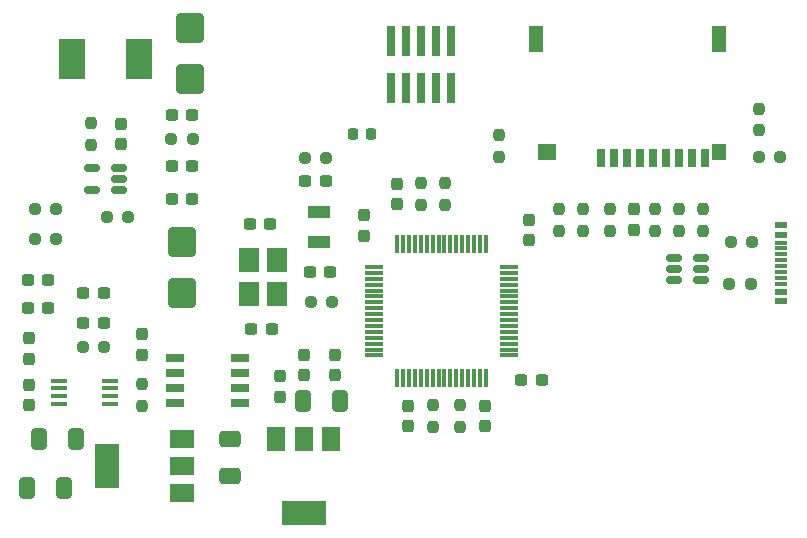
<source format=gbr>
%TF.GenerationSoftware,KiCad,Pcbnew,7.0.8*%
%TF.CreationDate,2023-10-22T12:25:57+02:00*%
%TF.ProjectId,Suspension_telemetry,53757370-656e-4736-996f-6e5f74656c65,rev?*%
%TF.SameCoordinates,Original*%
%TF.FileFunction,Paste,Top*%
%TF.FilePolarity,Positive*%
%FSLAX46Y46*%
G04 Gerber Fmt 4.6, Leading zero omitted, Abs format (unit mm)*
G04 Created by KiCad (PCBNEW 7.0.8) date 2023-10-22 12:25:57*
%MOMM*%
%LPD*%
G01*
G04 APERTURE LIST*
G04 Aperture macros list*
%AMRoundRect*
0 Rectangle with rounded corners*
0 $1 Rounding radius*
0 $2 $3 $4 $5 $6 $7 $8 $9 X,Y pos of 4 corners*
0 Add a 4 corners polygon primitive as box body*
4,1,4,$2,$3,$4,$5,$6,$7,$8,$9,$2,$3,0*
0 Add four circle primitives for the rounded corners*
1,1,$1+$1,$2,$3*
1,1,$1+$1,$4,$5*
1,1,$1+$1,$6,$7*
1,1,$1+$1,$8,$9*
0 Add four rect primitives between the rounded corners*
20,1,$1+$1,$2,$3,$4,$5,0*
20,1,$1+$1,$4,$5,$6,$7,0*
20,1,$1+$1,$6,$7,$8,$9,0*
20,1,$1+$1,$8,$9,$2,$3,0*%
G04 Aperture macros list end*
%ADD10RoundRect,0.237500X0.237500X-0.250000X0.237500X0.250000X-0.237500X0.250000X-0.237500X-0.250000X0*%
%ADD11RoundRect,0.250000X0.650000X-0.412500X0.650000X0.412500X-0.650000X0.412500X-0.650000X-0.412500X0*%
%ADD12RoundRect,0.237500X0.237500X-0.287500X0.237500X0.287500X-0.237500X0.287500X-0.237500X-0.287500X0*%
%ADD13RoundRect,0.250000X0.900000X-1.000000X0.900000X1.000000X-0.900000X1.000000X-0.900000X-1.000000X0*%
%ADD14RoundRect,0.237500X-0.237500X0.250000X-0.237500X-0.250000X0.237500X-0.250000X0.237500X0.250000X0*%
%ADD15RoundRect,0.237500X-0.250000X-0.237500X0.250000X-0.237500X0.250000X0.237500X-0.250000X0.237500X0*%
%ADD16RoundRect,0.237500X0.250000X0.237500X-0.250000X0.237500X-0.250000X-0.237500X0.250000X-0.237500X0*%
%ADD17R,1.400000X0.450000*%
%ADD18RoundRect,0.237500X-0.237500X0.300000X-0.237500X-0.300000X0.237500X-0.300000X0.237500X0.300000X0*%
%ADD19R,1.500000X2.000000*%
%ADD20R,3.800000X2.000000*%
%ADD21RoundRect,0.150000X0.512500X0.150000X-0.512500X0.150000X-0.512500X-0.150000X0.512500X-0.150000X0*%
%ADD22R,1.800000X2.100000*%
%ADD23R,2.260600X3.505200*%
%ADD24RoundRect,0.237500X0.237500X-0.300000X0.237500X0.300000X-0.237500X0.300000X-0.237500X-0.300000X0*%
%ADD25RoundRect,0.250000X-0.412500X-0.650000X0.412500X-0.650000X0.412500X0.650000X-0.412500X0.650000X0*%
%ADD26R,1.900000X1.100000*%
%ADD27RoundRect,0.237500X0.300000X0.237500X-0.300000X0.237500X-0.300000X-0.237500X0.300000X-0.237500X0*%
%ADD28R,0.700000X1.600000*%
%ADD29R,1.200000X1.400000*%
%ADD30R,1.600000X1.400000*%
%ADD31R,1.200000X2.200000*%
%ADD32RoundRect,0.075000X-0.700000X-0.075000X0.700000X-0.075000X0.700000X0.075000X-0.700000X0.075000X0*%
%ADD33RoundRect,0.075000X-0.075000X-0.700000X0.075000X-0.700000X0.075000X0.700000X-0.075000X0.700000X0*%
%ADD34RoundRect,0.225000X-0.225000X-0.250000X0.225000X-0.250000X0.225000X0.250000X-0.225000X0.250000X0*%
%ADD35RoundRect,0.237500X-0.300000X-0.237500X0.300000X-0.237500X0.300000X0.237500X-0.300000X0.237500X0*%
%ADD36R,2.000000X1.500000*%
%ADD37R,2.000000X3.800000*%
%ADD38RoundRect,0.250000X0.412500X0.650000X-0.412500X0.650000X-0.412500X-0.650000X0.412500X-0.650000X0*%
%ADD39R,1.100000X0.600000*%
%ADD40R,1.100000X0.300000*%
%ADD41R,0.740000X2.600000*%
%ADD42R,1.525000X0.700000*%
%ADD43RoundRect,0.150000X-0.512500X-0.150000X0.512500X-0.150000X0.512500X0.150000X-0.512500X0.150000X0*%
G04 APERTURE END LIST*
D10*
%TO.C,R22*%
X110744000Y-113942500D03*
X110744000Y-112117500D03*
%TD*%
D11*
%TO.C,C9*%
X93573600Y-118110000D03*
X93573600Y-114985000D03*
%TD*%
D12*
%TO.C,L2*%
X97790000Y-111415800D03*
X97790000Y-109665800D03*
%TD*%
D13*
%TO.C,D3*%
X89535000Y-102607000D03*
X89535000Y-98307000D03*
%TD*%
D14*
%TO.C,R15*%
X123444000Y-95504000D03*
X123444000Y-97329000D03*
%TD*%
D15*
%TO.C,R20*%
X138355700Y-91084400D03*
X140180700Y-91084400D03*
%TD*%
D16*
%TO.C,R24*%
X78890500Y-95504000D03*
X77065500Y-95504000D03*
%TD*%
D14*
%TO.C,R14*%
X129540000Y-95504000D03*
X129540000Y-97329000D03*
%TD*%
%TO.C,R10*%
X116332000Y-89257500D03*
X116332000Y-91082500D03*
%TD*%
D17*
%TO.C,IC1*%
X83480000Y-111973000D03*
X83480000Y-111323000D03*
X83480000Y-110673000D03*
X83480000Y-110023000D03*
X79080000Y-110023000D03*
X79080000Y-110673000D03*
X79080000Y-111323000D03*
X79080000Y-111973000D03*
%TD*%
D18*
%TO.C,C25*%
X127762000Y-95530500D03*
X127762000Y-97255500D03*
%TD*%
D16*
%TO.C,R1*%
X84986500Y-96139000D03*
X83161500Y-96139000D03*
%TD*%
D19*
%TO.C,U3*%
X102122000Y-114960000D03*
X99822000Y-114960000D03*
D20*
X99822000Y-121260000D03*
D19*
X97522000Y-114960000D03*
%TD*%
D21*
%TO.C,U2*%
X84195500Y-93914000D03*
X84195500Y-92964000D03*
X84195500Y-92014000D03*
X81920500Y-92014000D03*
X81920500Y-93914000D03*
%TD*%
D22*
%TO.C,Y1*%
X95243000Y-99769000D03*
X95243000Y-102669000D03*
X97543000Y-102669000D03*
X97543000Y-99769000D03*
%TD*%
D18*
%TO.C,C14*%
X108686600Y-112142100D03*
X108686600Y-113867100D03*
%TD*%
D23*
%TO.C,L1*%
X80238600Y-82804000D03*
X85877400Y-82804000D03*
%TD*%
D15*
%TO.C,R7*%
X135866500Y-101854000D03*
X137691500Y-101854000D03*
%TD*%
%TO.C,R6*%
X135993500Y-98298000D03*
X137818500Y-98298000D03*
%TD*%
D24*
%TO.C,C12*%
X118872000Y-98144500D03*
X118872000Y-96419500D03*
%TD*%
D25*
%TO.C,C8*%
X99783500Y-111760000D03*
X102908500Y-111760000D03*
%TD*%
D14*
%TO.C,R2*%
X81788000Y-88241500D03*
X81788000Y-90066500D03*
%TD*%
%TO.C,R17*%
X131572000Y-95504000D03*
X131572000Y-97329000D03*
%TD*%
D18*
%TO.C,C1*%
X84328000Y-88291500D03*
X84328000Y-90016500D03*
%TD*%
D15*
%TO.C,R23*%
X77065500Y-98014000D03*
X78890500Y-98014000D03*
%TD*%
D24*
%TO.C,C18*%
X102451000Y-109553000D03*
X102451000Y-107828000D03*
%TD*%
D12*
%TO.C,D2*%
X86106000Y-107809000D03*
X86106000Y-106059000D03*
%TD*%
D26*
%TO.C,Y2*%
X101092000Y-95778000D03*
X101092000Y-98278000D03*
%TD*%
D27*
%TO.C,C24*%
X102081500Y-100838000D03*
X100356500Y-100838000D03*
%TD*%
D24*
%TO.C,C6*%
X76581000Y-112114500D03*
X76581000Y-110389500D03*
%TD*%
D27*
%TO.C,C2*%
X90397500Y-87503000D03*
X88672500Y-87503000D03*
%TD*%
D28*
%TO.C,J3*%
X125004000Y-91161000D03*
X126104000Y-91161000D03*
X127204000Y-91161000D03*
X128304000Y-91161000D03*
X129404000Y-91161000D03*
X130504000Y-91161000D03*
X131604000Y-91161000D03*
X132704000Y-91161000D03*
X133804000Y-91161000D03*
D29*
X135004000Y-90661000D03*
D30*
X120404000Y-90661000D03*
D31*
X119504000Y-81061000D03*
X135004000Y-81061000D03*
%TD*%
D14*
%TO.C,R13*%
X125730000Y-95504000D03*
X125730000Y-97329000D03*
%TD*%
D15*
%TO.C,R4*%
X81129500Y-107188000D03*
X82954500Y-107188000D03*
%TD*%
D12*
%TO.C,L3*%
X76581000Y-108176000D03*
X76581000Y-106426000D03*
%TD*%
D24*
%TO.C,C13*%
X107696000Y-95096500D03*
X107696000Y-93371500D03*
%TD*%
D32*
%TO.C,U1*%
X105831000Y-100390000D03*
X105831000Y-100890000D03*
X105831000Y-101390000D03*
X105831000Y-101890000D03*
X105831000Y-102390000D03*
X105831000Y-102890000D03*
X105831000Y-103390000D03*
X105831000Y-103890000D03*
X105831000Y-104390000D03*
X105831000Y-104890000D03*
X105831000Y-105390000D03*
X105831000Y-105890000D03*
X105831000Y-106390000D03*
X105831000Y-106890000D03*
X105831000Y-107390000D03*
X105831000Y-107890000D03*
D33*
X107756000Y-109815000D03*
X108256000Y-109815000D03*
X108756000Y-109815000D03*
X109256000Y-109815000D03*
X109756000Y-109815000D03*
X110256000Y-109815000D03*
X110756000Y-109815000D03*
X111256000Y-109815000D03*
X111756000Y-109815000D03*
X112256000Y-109815000D03*
X112756000Y-109815000D03*
X113256000Y-109815000D03*
X113756000Y-109815000D03*
X114256000Y-109815000D03*
X114756000Y-109815000D03*
X115256000Y-109815000D03*
D32*
X117181000Y-107890000D03*
X117181000Y-107390000D03*
X117181000Y-106890000D03*
X117181000Y-106390000D03*
X117181000Y-105890000D03*
X117181000Y-105390000D03*
X117181000Y-104890000D03*
X117181000Y-104390000D03*
X117181000Y-103890000D03*
X117181000Y-103390000D03*
X117181000Y-102890000D03*
X117181000Y-102390000D03*
X117181000Y-101890000D03*
X117181000Y-101390000D03*
X117181000Y-100890000D03*
X117181000Y-100390000D03*
D33*
X115256000Y-98465000D03*
X114756000Y-98465000D03*
X114256000Y-98465000D03*
X113756000Y-98465000D03*
X113256000Y-98465000D03*
X112756000Y-98465000D03*
X112256000Y-98465000D03*
X111756000Y-98465000D03*
X111256000Y-98465000D03*
X110756000Y-98465000D03*
X110256000Y-98465000D03*
X109756000Y-98465000D03*
X109256000Y-98465000D03*
X108756000Y-98465000D03*
X108256000Y-98465000D03*
X107756000Y-98465000D03*
%TD*%
D34*
%TO.C,C21*%
X103974600Y-89154000D03*
X105524600Y-89154000D03*
%TD*%
D35*
%TO.C,C15*%
X118275000Y-110000000D03*
X120000000Y-110000000D03*
%TD*%
D16*
%TO.C,R3*%
X90447500Y-89535000D03*
X88622500Y-89535000D03*
%TD*%
D14*
%TO.C,R19*%
X138379200Y-86995000D03*
X138379200Y-88820000D03*
%TD*%
D27*
%TO.C,C5*%
X82904500Y-105156000D03*
X81179500Y-105156000D03*
%TD*%
D14*
%TO.C,R16*%
X121412000Y-95504000D03*
X121412000Y-97329000D03*
%TD*%
D36*
%TO.C,U4*%
X89510000Y-119521000D03*
X89510000Y-117221000D03*
D37*
X83210000Y-117221000D03*
D36*
X89510000Y-114921000D03*
%TD*%
D27*
%TO.C,C19*%
X97128500Y-105664000D03*
X95403500Y-105664000D03*
%TD*%
D10*
%TO.C,R12*%
X109728000Y-95146500D03*
X109728000Y-93321500D03*
%TD*%
D27*
%TO.C,C4*%
X90397500Y-94615000D03*
X88672500Y-94615000D03*
%TD*%
D14*
%TO.C,R18*%
X133604000Y-95504000D03*
X133604000Y-97329000D03*
%TD*%
D27*
%TO.C,C3*%
X90397500Y-91821000D03*
X88672500Y-91821000D03*
%TD*%
D35*
%TO.C,C26*%
X76480500Y-103886000D03*
X78205500Y-103886000D03*
%TD*%
D38*
%TO.C,C10*%
X80556500Y-114935000D03*
X77431500Y-114935000D03*
%TD*%
D39*
%TO.C,J1*%
X140272000Y-103276000D03*
X140272000Y-102476000D03*
D40*
X140272000Y-101326000D03*
X140272000Y-100326000D03*
X140272000Y-99826000D03*
X140272000Y-98826000D03*
D39*
X140272000Y-97676000D03*
X140272000Y-96876000D03*
D40*
X140272000Y-98326000D03*
X140272000Y-99326000D03*
X140272000Y-100826000D03*
X140272000Y-101826000D03*
%TD*%
D16*
%TO.C,R8*%
X102258500Y-103378000D03*
X100433500Y-103378000D03*
%TD*%
D35*
%TO.C,C7*%
X81179500Y-102616000D03*
X82904500Y-102616000D03*
%TD*%
D24*
%TO.C,C17*%
X99822000Y-109574500D03*
X99822000Y-107849500D03*
%TD*%
D10*
%TO.C,R11*%
X111760000Y-95146500D03*
X111760000Y-93321500D03*
%TD*%
D27*
%TO.C,C23*%
X101700500Y-93091000D03*
X99975500Y-93091000D03*
%TD*%
D14*
%TO.C,R5*%
X86106000Y-110339500D03*
X86106000Y-112164500D03*
%TD*%
D38*
%TO.C,C11*%
X79540500Y-119126000D03*
X76415500Y-119126000D03*
%TD*%
D35*
%TO.C,C27*%
X76480500Y-101473000D03*
X78205500Y-101473000D03*
%TD*%
D24*
%TO.C,C16*%
X104902000Y-97763500D03*
X104902000Y-96038500D03*
%TD*%
D14*
%TO.C,R21*%
X113030000Y-112117500D03*
X113030000Y-113942500D03*
%TD*%
D13*
%TO.C,D1*%
X90170000Y-84446000D03*
X90170000Y-80146000D03*
%TD*%
D41*
%TO.C,J5*%
X112320000Y-81280000D03*
X112320000Y-85280000D03*
X111050000Y-81280000D03*
X111050000Y-85280000D03*
X109780000Y-81280000D03*
X109780000Y-85280000D03*
X108510000Y-81280000D03*
X108510000Y-85280000D03*
X107240000Y-81280000D03*
X107240000Y-85280000D03*
%TD*%
D42*
%TO.C,Q1*%
X88982000Y-108077000D03*
X88982000Y-109347000D03*
X88982000Y-110617000D03*
X88982000Y-111887000D03*
X94406000Y-111887000D03*
X94406000Y-110617000D03*
X94406000Y-109347000D03*
X94406000Y-108077000D03*
%TD*%
D15*
%TO.C,R9*%
X99925500Y-91186000D03*
X101750500Y-91186000D03*
%TD*%
D43*
%TO.C,U5*%
X131196500Y-99634000D03*
X131196500Y-100584000D03*
X131196500Y-101534000D03*
X133471500Y-101534000D03*
X133471500Y-100584000D03*
X133471500Y-99634000D03*
%TD*%
D18*
%TO.C,C22*%
X115189000Y-112167500D03*
X115189000Y-113892500D03*
%TD*%
D35*
%TO.C,C20*%
X95276500Y-96774000D03*
X97001500Y-96774000D03*
%TD*%
M02*

</source>
